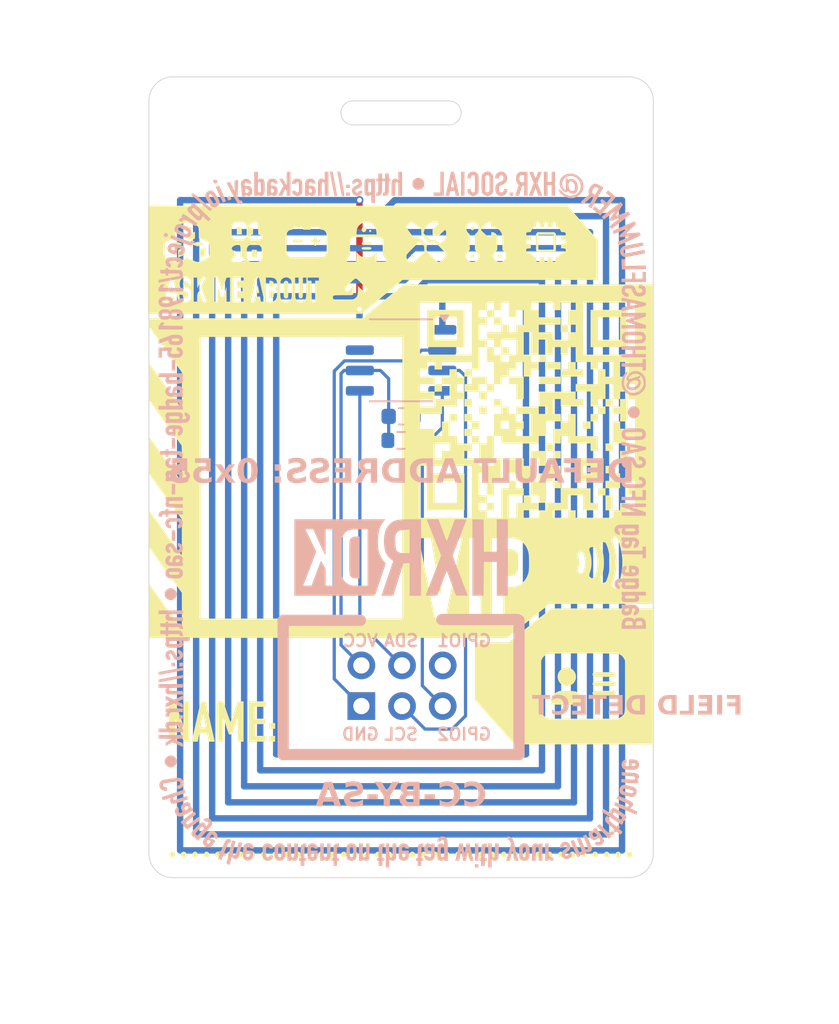
<source format=kicad_pcb>
(kicad_pcb (version 20241010) (generator "pcbnew") (generator_version "8.99")
  (title_block (title "Badge Tag NFC") (date "2024-09-29") (rev "1.0") (company "HXR.DK") (comment 1 "CC-BY-SA"))
  (layers (0 "F.Cu" signal) (2 "B.Cu" signal) (13 "F.Paste" user) (15 "B.Paste" user) (5 "F.SilkS" user "F.Silkscreen") (7 "B.SilkS" user "B.Silkscreen") (1 "F.Mask" user) (3 "B.Mask" user) (25 "Edge.Cuts" user))
  (net 0 "")
  (net 1 "VCC")
  (net 2 "GND")
  (net 3 "/NTAG NFC/COIL")
  (net 4 "SCL")
  (net 5 "FieldDetect")
  (net 6 "SDA")
  (net 7 "/NTAG NFC/VOUT")
  (footprint "badgelife_sao_v169bis:Badgelife-SAOv169-SAO-2x3" (layer "F.Cu") (at 100 113)
    (property "Reference" "X1" (hide yes))
    (property "Value" "Badgelife_sao_connector_v169bis" (hide yes))
    (fp_text user "SCL" (at 0 3.048 0) (layer "B.SilkS") (effects (font (size 0.75 0.75)) (justify mirror)))
    (fp_text user "GPIO1" (at 3.937 -2.794 0) (layer "B.SilkS") (effects (font (size 0.75 0.75)) (justify mirror)))
    (fp_text user "VCC" (at -2.54 -2.794 0) (layer "B.SilkS") (effects (font (size 0.75 0.75)) (justify mirror)))
    (fp_text user "GND" (at -2.54 3.048 0) (layer "B.SilkS") (effects (font (size 0.75 0.75)) (justify mirror)))
    (fp_text user "GPIO2" (at 3.937 3.048 0) (layer "B.SilkS") (effects (font (size 0.75 0.75)) (justify mirror)))
    (fp_text user "SDA" (at 0 -2.794 0) (layer "B.SilkS") (effects (font (size 0.75 0.75)) (justify mirror)))
    (pad "1" thru_hole oval (at -2.48 -1.25 270) (size 1.7272 1.7272) (drill 1.016) (layers "*.Cu" "*.Mask") (net 1 "VCC"))
    (pad "2" thru_hole rect (at -2.48 1.29 270) (size 1.7272 1.7272) (drill 1.016) (layers "*.Cu" "*.Mask") (net 2 "GND"))
    (pad "3" thru_hole oval (at 0.06 -1.25 270) (size 1.7272 1.7272) (drill 1.016) (layers "*.Cu" "*.Mask") (net 6 "SDA"))
    (pad "4" thru_hole oval (at 0.06 1.29 270) (size 1.7272 1.7272) (drill 1.016) (layers "*.Cu" "*.Mask") (net 4 "SCL"))
    (pad "5" thru_hole circle (at 2.6 -1.25 270) (size 1.7272 1.7272) (drill 1.016) (layers "*.Cu" "*.Mask"))
    (pad "6" thru_hole circle (at 2.6 1.29 270) (size 1.7272 1.7272) (drill 1.016) (layers "*.Cu" "*.Mask") (net 5 "FieldDetect"))
  )
  (footprint "LOGO" (layer "F.Cu") (at 99.95 103.4)
    (property "Reference" "G***" (hide yes))
    (property "Value" "LOGO" (hide yes))
  )
  (footprint "LOGO" (layer "B.Cu") (at 100.081575 102.64119 180)
    (property "Reference" "G***" (hide yes))
    (property "Value" "LOGO" (hide yes))
  )
  (footprint "Resistor_SMD:R_0603_1608Metric" (layer "B.Cu") (at 100 97.7)
    (property "Reference" "R1")
    (property "Value" "10k")
    (pad "1" smd roundrect (at -0.825 0) (size 0.8 0.95) (layers "B.Cu" "B.Mask" "B.Paste") (net 1 "VCC"))
    (pad "2" smd roundrect (at 0.825 0) (size 0.8 0.95) (layers "B.Cu" "B.Mask" "B.Paste") (net 5 "FieldDetect"))
  )
  (footprint "Capacitor_SMD:C_0603_1608Metric" (layer "B.Cu") (at 100 96.2)
    (property "Reference" "C1")
    (property "Value" "100nF")
    (pad "1" smd roundrect (at -0.775001 0) (size 0.9 0.95) (layers "B.Cu" "B.Mask" "B.Paste") (net 1 "VCC"))
    (pad "2" smd roundrect (at 0.775001 0) (size 0.9 0.95) (layers "B.Cu" "B.Mask" "B.Paste") (net 2 "GND"))
  )
  (footprint "Package_SO:SO-8_3.9x4.9mm_P1.27mm" (layer "B.Cu") (at 100 92.7 180)
    (property "Reference" "U1")
    (property "Value" "NT3H2x11")
    (pad "1" smd roundrect (at -2.575 1.905 180) (size 1.75 0.6) (layers "B.Cu" "B.Mask" "B.Paste") (net 3 "/NTAG NFC/COIL"))
    (pad "2" smd roundrect (at -2.575 0.635 180) (size 1.75 0.6) (layers "B.Cu" "B.Mask" "B.Paste") (net 2 "GND"))
    (pad "3" smd roundrect (at -2.575 -0.635 180) (size 1.75 0.6) (layers "B.Cu" "B.Mask" "B.Paste") (net 4 "SCL"))
    (pad "4" smd roundrect (at -2.575 -1.905 180) (size 1.75 0.6) (layers "B.Cu" "B.Mask" "B.Paste") (net 5 "FieldDetect"))
    (pad "5" smd roundrect (at 2.575 -1.905 180) (size 1.75 0.6) (layers "B.Cu" "B.Mask" "B.Paste") (net 6 "SDA"))
    (pad "6" smd roundrect (at 2.575 -0.635 180) (size 1.75 0.6) (layers "B.Cu" "B.Mask" "B.Paste") (net 1 "VCC"))
    (pad "7" smd roundrect (at 2.575 0.635 180) (size 1.75 0.6) (layers "B.Cu" "B.Mask" "B.Paste") (net 7 "/NTAG NFC/VOUT"))
    (pad "8" smd roundrect (at 2.575 1.905 180) (size 1.75 0.6) (layers "B.Cu" "B.Mask" "B.Paste") (net 3 "/NTAG NFC/COIL"))
  )
  (footprint "Aesthetics:HXR_logo_small" (layer "B.Cu") (at 100 105 180)
    (property "Reference" "G***" (hide yes))
    (property "Value" "LOGO" (hide yes))
  )
  (gr_arc (start 103 76.5) (mid 103.75 77.250001) (end 102.999998 78) (stroke (width 0.05)) (layer "Edge.Cuts"))
  (gr_arc (start 115.75 123.5) (mid 115.31066 124.56066) (end 114.25 125) (stroke (width 0.05)) (layer "Edge.Cuts"))
  (gr_line (start 97.000002 76.5) (end 103 76.5) (stroke (width 0.05)) (layer "Edge.Cuts"))
  (gr_arc (start 85.75 125) (mid 84.68934 124.56066) (end 84.25 123.5) (stroke (width 0.05)) (layer "Edge.Cuts"))
  (gr_arc (start 114.25 75) (mid 115.31066 75.43934) (end 115.75 76.5) (stroke (width 0.05)) (layer "Edge.Cuts"))
  (gr_arc (start 84.25 76.5) (mid 84.68934 75.43934) (end 85.75 75) (stroke (width 0.05)) (layer "Edge.Cuts"))
  (gr_line (start 115.75 76.5) (end 115.75 123.5) (stroke (width 0.05)) (layer "Edge.Cuts"))
  (gr_line (start 97 78) (end 102.999998 78) (stroke (width 0.05)) (layer "Edge.Cuts"))
  (gr_line (start 85.75 75) (end 114.25 75) (stroke (width 0.05)) (layer "Edge.Cuts"))
  (gr_arc (start 97 78) (mid 96.25 77.249999) (end 97.000002 76.5) (stroke (width 0.05)) (layer "Edge.Cuts"))
  (gr_line (start 84.25 123.5) (end 84.25 76.5) (stroke (width 0.05)) (layer "Edge.Cuts"))
  (gr_line (start 114.25 125) (end 85.75 125) (stroke (width 0.05)) (layer "Edge.Cuts"))
  (gr_text "CC-BY-SA" (at 100 120.8 0) (layer "B.SilkS") (effects (font (size 1.5 1.5) (thickness 0.2) (bold yes)) (justify bottom mirror)))
  (gr_text "DEFAULT ADDRESS: 0x55" (at 100 100.6 0) (layer "B.SilkS") (effects (font (size 1.5 1.5) (thickness 0.3) (bold yes)) (justify bottom mirror)))
  (gr_text "FIELD DETECT" (at 108.175 115.025 0) (layer "B.SilkS") (effects (font (size 1.2 1.2) (thickness 0.24) (bold yes)) (justify right bottom mirror)))
  (segment (start 97.425 93.335) (end 98.71 93.335) (width 0.2) (layer "B.Cu") (net 1))
  (segment (start 99.224999 93.849999) (end 99.224999 96.2) (width 0.2) (layer "B.Cu") (net 1))
  (segment (start 96.25 110.48) (end 97.52 111.75) (width 0.2) (layer "B.Cu") (net 1))
  (segment (start 96.25 93.525) (end 96.25 110.48) (width 0.2) (layer "B.Cu") (net 1))
  (segment (start 96.44 93.335) (end 96.25 93.525) (width 0.2) (layer "B.Cu") (net 1))
  (segment (start 97.425 93.335) (end 96.44 93.335) (width 0.2) (layer "B.Cu") (net 1))
  (segment (start 99.224999 96.2) (end 99.224999 97.650001) (width 0.2) (layer "B.Cu") (net 1))
  (segment (start 99.224999 97.650001) (end 99.175 97.7) (width 0.2) (layer "B.Cu") (net 1))
  (segment (start 98.71 93.335) (end 99.224999 93.849999) (width 0.2) (layer "B.Cu") (net 1))
  (segment (start 95.825 112.595) (end 97.52 114.29) (width 0.2) (layer "B.Cu") (net 2))
  (segment (start 102.575 92.065) (end 101.285 92.065) (width 0.2) (layer "B.Cu") (net 2))
  (segment (start 96.465 92.735) (end 95.825 93.375) (width 0.2) (layer "B.Cu") (net 2))
  (segment (start 100.615 92.735) (end 96.465 92.735) (width 0.2) (layer "B.Cu") (net 2))
  (segment (start 100.775001 92.574999) (end 100.615 92.735) (width 0.2) (layer "B.Cu") (net 2))
  (segment (start 101.285 92.065) (end 100.775001 92.574999) (width 0.2) (layer "B.Cu") (net 2))
  (segment (start 95.825 93.375) (end 95.825 112.595) (width 0.2) (layer "B.Cu") (net 2))
  (segment (start 100.775001 92.574999) (end 100.775001 96.2) (width 0.2) (layer "B.Cu") (net 2))
  (segment (start 97.4 82.7) (end 97.4 89.5) (width 0.4) (layer "F.Cu") (net 3))
  (via (at 97.4 89.5) (size 0.5) (drill 0.3) (layers "F.Cu" "B.Cu") (net 3))
  (via (at 97.4 82.7) (size 0.5) (drill 0.3) (layers "F.Cu" "B.Cu") (net 3))
  (segment (start 110.8 85.7) (end 100.8 85.7) (width 0.4) (layer "B.Cu") (net 3))
  (segment (start 101.2 86.7) (end 100.2 87.7) (width 0.4) (layer "B.Cu") (net 3))
  (segment (start 86.2 82.7) (end 97.4 82.7) (width 0.4) (layer "B.Cu") (net 3))
  (segment (start 112.8 83.7) (end 100 83.7) (width 0.4) (layer "B.Cu") (net 3))
  (segment (start 92.2 117.3) (end 107.8 117.3) (width 0.4) (layer "B.Cu") (net 3))
  (segment (start 88.2 84.7) (end 88.2 121.3) (width 0.4) (layer "B.Cu") (net 3))
  (segment (start 99.6 82.7) (end 98.6 83.7) (width 0.4) (layer "B.Cu") (net 3))
  (segment (start 100.4 84.7) (end 99.4 85.7) (width 0.4) (layer "B.Cu") (net 3))
  (segment (start 99 84.7) (end 88.2 84.7) (width 0.4) (layer "B.Cu") (net 3))
  (segment (start 99.8 86.7) (end 90.2 86.7) (width 0.4) (layer "B.Cu") (net 3))
  (segment (start 113.8 82.7) (end 99.6 82.7) (width 0.4) (layer "B.Cu") (net 3))
  (segment (start 111.8 121.3) (end 111.8 84.7) (width 0.4) (layer "B.Cu") (net 3))
  (segment (start 112.8 122.3) (end 112.8 83.7) (width 0.4) (layer "B.Cu") (net 3))
  (segment (start 89.2 120.3) (end 110.8 120.3) (width 0.4) (layer "B.Cu") (net 3))
  (segment (start 102.575 88.925) (end 102.575 90.795) (width 0.4) (layer "B.Cu") (net 3))
  (segment (start 91.2 118.3) (end 108.8 118.3) (width 0.4) (layer "B.Cu") (net 3))
  (segment (start 100.2 87.7) (end 91.2 87.7) (width 0.4) (layer "B.Cu") (net 3))
  (segment (start 88.2 121.3) (end 111.8 121.3) (width 0.4) (layer "B.Cu") (net 3))
  (segment (start 91.2 87.7) (end 91.2 118.3) (width 0.4) (layer "B.Cu") (net 3))
  (segment (start 99.4 85.7) (end 89.2 85.7) (width 0.4) (layer "B.Cu") (net 3))
  (segment (start 100 83.7) (end 99 84.7) (width 0.4) (layer "B.Cu") (net 3))
  (segment (start 108.8 118.3) (end 108.8 87.7) (width 0.4) (layer "B.Cu") (net 3))
  (segment (start 102.8 88.7) (end 102.575 88.925) (width 0.4) (layer "B.Cu") (net 3))
  (segment (start 86.2 123.3) (end 113.8 123.3) (width 0.4) (layer "B.Cu") (net 3))
  (segment (start 90.2 86.7) (end 90.2 119.3) (width 0.4) (layer "B.Cu") (net 3))
  (segment (start 97.4 89.5) (end 97.4 90.77) (width 0.4) (layer "B.Cu") (net 3))
  (segment (start 101.6 87.7) (end 100.6 88.7) (width 0.4) (layer "B.Cu") (net 3))
  (segment (start 98.6 83.7) (end 87.2 83.7) (width 0.4) (layer "B.Cu") (net 3))
  (segment (start 87.2 83.7) (end 87.2 122.3) (width 0.4) (layer "B.Cu") (net 3))
  (segment (start 89.2 85.7) (end 89.2 120.3) (width 0.4) (layer "B.Cu") (net 3))
  (segment (start 111.8 84.7) (end 100.4 84.7) (width 0.4) (layer "B.Cu") (net 3))
  (segment (start 108.8 87.7) (end 101.6 87.7) (width 0.4) (layer "B.Cu") (net 3))
  (segment (start 86.2 82.7) (end 86.2 123.3) (width 0.4) (layer "B.Cu") (net 3))
  (segment (start 107.8 88.7) (end 102.8 88.7) (width 0.4) (layer "B.Cu") (net 3))
  (segment (start 100.6 88.7) (end 92.2 88.7) (width 0.4) (layer "B.Cu") (net 3))
  (segment (start 109.8 119.3) (end 109.8 86.7) (width 0.4) (layer "B.Cu") (net 3))
  (segment (start 113.8 123.3) (end 113.8 82.7) (width 0.4) (layer "B.Cu") (net 3))
  (segment (start 100.8 85.7) (end 99.8 86.7) (width 0.4) (layer "B.Cu") (net 3))
  (segment (start 109.8 86.7) (end 101.2 86.7) (width 0.4) (layer "B.Cu") (net 3))
  (segment (start 87.2 122.3) (end 112.8 122.3) (width 0.4) (layer "B.Cu") (net 3))
  (segment (start 97.4 90.77) (end 97.425 90.795) (width 0.4) (layer "B.Cu") (net 3))
  (segment (start 110.8 120.3) (end 110.8 85.7) (width 0.4) (layer "B.Cu") (net 3))
  (segment (start 107.8 117.3) (end 107.8 88.7) (width 0.4) (layer "B.Cu") (net 3))
  (segment (start 92.2 88.7) (end 92.2 117.3) (width 0.4) (layer "B.Cu") (net 3))
  (segment (start 90.2 119.3) (end 109.8 119.3) (width 0.4) (layer "B.Cu") (net 3))
  (segment (start 102.575 93.335) (end 103.66 93.335) (width 0.2) (layer "B.Cu") (net 4))
  (segment (start 103.2 115.725) (end 101.495 115.725) (width 0.2) (layer "B.Cu") (net 4))
  (segment (start 104.025 93.7) (end 104.025 114.9) (width 0.2) (layer "B.Cu") (net 4))
  (segment (start 101.495 115.725) (end 100.06 114.29) (width 0.2) (layer "B.Cu") (net 4))
  (segment (start 104.025 114.9) (end 103.2 115.725) (width 0.2) (layer "B.Cu") (net 4))
  (segment (start 103.66 93.335) (end 104.025 93.7) (width 0.2) (layer "B.Cu") (net 4))
  (segment (start 101.325 99.05) (end 101.325 113.015) (width 0.2) (layer "B.Cu") (net 5))
  (segment (start 102.575 96.9) (end 101.775 97.7) (width 0.2) (layer "B.Cu") (net 5))
  (segment (start 101.325 113.015) (end 102.6 114.29) (width 0.2) (layer "B.Cu") (net 5))
  (segment (start 100.825 97.7) (end 100.825 98.55) (width 0.2) (layer "B.Cu") (net 5))
  (segment (start 101.775 97.7) (end 100.825 97.7) (width 0.2) (layer "B.Cu") (net 5))
  (segment (start 100.825 98.55) (end 101.325 99.05) (width 0.2) (layer "B.Cu") (net 5))
  (segment (start 102.575 94.605) (end 102.575 96.9) (width 0.2) (layer "B.Cu") (net 5))
  (segment (start 97.425 109.15) (end 100.025 111.75) (width 0.2) (layer "B.Cu") (net 6))
  (segment (start 100.025 111.75) (end 100.06 111.75) (width 0.2) (layer "B.Cu") (net 6))
  (segment (start 97.425 94.605) (end 97.425 109.15) (width 0.2) (layer "B.Cu") (net 6))
)
</source>
